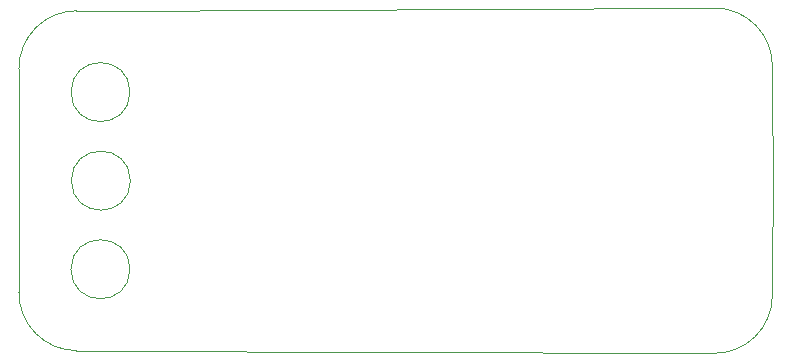
<source format=gbr>
%TF.GenerationSoftware,Altium Limited,Altium Designer,20.2.6 (244)*%
G04 Layer_Color=16711935*
%FSLAX45Y45*%
%MOMM*%
%TF.SameCoordinates,5B1E47F8-7F56-49C7-AB48-EE235D2752C7*%
%TF.FilePolarity,Positive*%
%TF.FileFunction,Other,Mechanical_1*%
%TF.Part,Single*%
G01*
G75*
%TA.AperFunction,NonConductor*%
%ADD76C,0.01270*%
D76*
X487843Y2900866D02*
G03*
X641Y2409519I1740J-488945D01*
G01*
X641Y514868D02*
G03*
X487843Y23521I488957J-2388D01*
G01*
X5888304Y641D02*
G03*
X6379652Y487842I2379J488967D01*
G01*
X6379652Y2436545D02*
G03*
X5888305Y2923747I-488929J-1724D01*
G01*
X941018Y2212187D02*
G03*
X941018Y2212187I-250000J0D01*
G01*
X944195Y1462194D02*
G03*
X944195Y1462194I-250000J0D01*
G01*
X941018Y712200D02*
G03*
X941018Y712200I-250000J0D01*
G01*
D02*
G03*
X941018Y712200I-250000J0D01*
G01*
X944195Y1462194D02*
G03*
X944195Y1462194I-250000J0D01*
G01*
X941018Y2212187D02*
G03*
X941018Y2212187I-250000J0D01*
G01*
X688098Y2901483D02*
X5688052Y2922666D01*
X1722Y2209265D02*
X4885Y1462194D01*
X1722Y715122D02*
X4885Y1462194D01*
X688098Y22904D02*
X5688052Y1721D01*
X6380269Y688098D02*
X6383551Y1462194D01*
X6380269Y2236289D02*
X6383551Y1462194D01*
X5800422Y2923209D02*
X5888305Y2923747D01*
X5688052Y2922666D02*
X5800422Y2923209D01*
X599764Y2901148D02*
X688098Y2901483D01*
X487843Y2900866D02*
X599764Y2901148D01*
X641Y2409519D02*
X1179Y2321636D01*
X1722Y2209265D01*
X1308Y626787D02*
X1722Y715122D01*
X641Y514868D02*
X1308Y626787D01*
X487843Y23521D02*
X575728Y23314D01*
X688098Y22904D01*
X5688052Y1721D02*
X5776386Y1307D01*
X5888305Y640D01*
X6379652Y487842D02*
X6379859Y575727D01*
X6380269Y688098D01*
X6379934Y2324624D02*
X6380269Y2236289D01*
X6379652Y2436545D02*
X6379934Y2324624D01*
%TF.MD5,7900b2a5be597debf4b203948a4539f1*%
M02*

</source>
